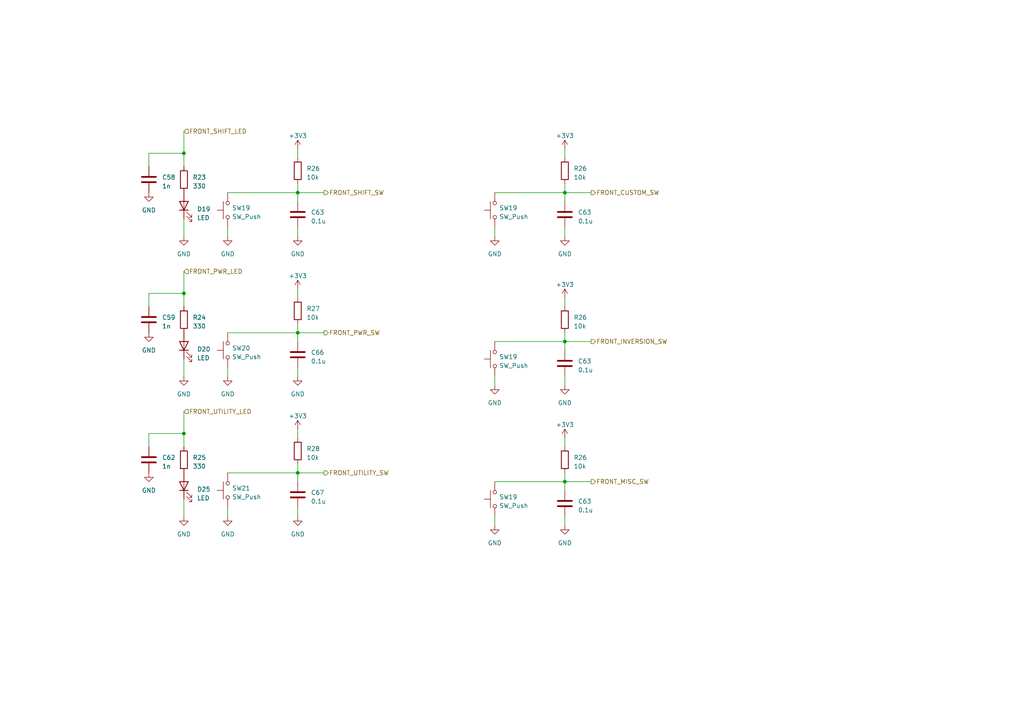
<source format=kicad_sch>
(kicad_sch (version 20230121) (generator eeschema)
  (paper "A4")
  (lib_symbols
    (symbol "Device:C" (pin_numbers hide) (pin_names (offset 0.254))
      (property "Reference" "C" (at 0.635 2.54 0))
      (property "Value" "C" (at 0.635 -2.54 0))
      (symbol "C_0_1"
        (polyline (pts (xy -2.032 -0.762) (xy 2.032 -0.762)) (stroke (width 0.508)))
        (polyline (pts (xy -2.032 0.762) (xy 2.032 0.762)) (stroke (width 0.508)))
      )
      (symbol "C_1_1"
        (pin passive line (at 0 3.81 270) (length 2.794) (name "~") (number "1"))
        (pin passive line (at 0 -3.81 90) (length 2.794) (name "~") (number "2"))
      )
    )
    (symbol "Device:LED" (pin_numbers hide) (pin_names (offset 1.016) hide)
      (property "Reference" "D" (at 0 2.54 0))
      (property "Value" "LED" (at 0 -2.54 0))
      (symbol "LED_0_1"
        (polyline (pts (xy -1.27 -1.27) (xy -1.27 1.27)) (stroke (width 0.254)))
        (polyline (pts (xy -1.27 0) (xy 1.27 0)))
        (polyline (pts (xy 1.27 -1.27) (xy 1.27 1.27) (xy -1.27 0) (xy 1.27 -1.27)) (stroke (width 0.254)))
        (polyline (pts (xy -3.048 -0.762) (xy -4.572 -2.286) (xy -3.81 -2.286) (xy -4.572 -2.286) (xy -4.572 -1.524)))
        (polyline (pts (xy -1.778 -0.762) (xy -3.302 -2.286) (xy -2.54 -2.286) (xy -3.302 -2.286) (xy -3.302 -1.524)))
      )
      (symbol "LED_1_1"
        (pin passive line (at -3.81 0 0) (length 2.54) (name "K") (number "1"))
        (pin passive line (at 3.81 0 180) (length 2.54) (name "A") (number "2"))
      )
    )
    (symbol "Device:R" (pin_numbers hide) (pin_names (offset 0))
      (property "Reference" "R" (at 2.032 0 90))
      (property "Value" "R" (at 0 0 90))
      (symbol "R_0_1"
        (rectangle (start -1.016 -2.54) (end 1.016 2.54) (stroke (width 0.254)))
      )
      (symbol "R_1_1"
        (pin passive line (at 0 3.81 270) (length 1.27) (name "~") (number "1"))
        (pin passive line (at 0 -3.81 90) (length 1.27) (name "~") (number "2"))
      )
    )
    (symbol "Switch:SW_Push" (pin_numbers hide) (pin_names (offset 1.016) hide)
      (property "Reference" "SW" (at 1.27 2.54 0))
      (property "Value" "SW_Push" (at 0 -1.524 0))
      (symbol "SW_Push_0_1"
        (circle (center -2.032 0) (radius 0.508))
        (polyline (pts (xy 0 1.27) (xy 0 3.048)))
        (polyline (pts (xy 2.54 1.27) (xy -2.54 1.27)))
        (circle (center 2.032 0) (radius 0.508))
        (pin passive line (at -5.08 0 0) (length 2.54) (name "1") (number "1"))
        (pin passive line (at 5.08 0 180) (length 2.54) (name "2") (number "2"))
      )
    )
    (symbol "power:+3V3" (power) (pin_names (offset 0))
      (property "Value" "+3V3" (at 0 3.556 0))
      (symbol "+3V3_0_1"
        (polyline (pts (xy -0.762 1.27) (xy 0 2.54)))
        (polyline (pts (xy 0 0) (xy 0 2.54)))
        (polyline (pts (xy 0 2.54) (xy 0.762 1.27)))
      )
      (symbol "+3V3_1_1"
        (pin power_in line (at 0 0 90) (length 0) hide (name "+3V3") (number "1"))
      )
    )
    (symbol "power:GND" (power) (pin_names (offset 0))
      (property "Value" "GND" (at 0 -3.81 0))
      (symbol "GND_0_1"
        (polyline (pts (xy 0 0) (xy 0 -1.27) (xy 1.27 -1.27) (xy 0 -2.54) (xy -1.27 -1.27) (xy 0 -1.27)))
      )
      (symbol "GND_1_1"
        (pin power_in line (at 0 0 270) (length 0) hide (name "GND") (number "1"))
      )
    )
  )
  (junction (at 163.83 99.06))
  (junction (at 53.34 85.09))
  (junction (at 53.34 44.45))
  (junction (at 53.34 125.73))
  (junction (at 86.36 137.16))
  (junction (at 86.36 55.88))
  (junction (at 163.83 55.88))
  (junction (at 86.36 96.52))
  (junction (at 163.83 139.7))
  (wire (pts (xy 143.51 149.86) (xy 143.51 152.4)))
  (wire (pts (xy 86.36 137.16) (xy 93.98 137.16)))
  (wire (pts (xy 163.83 68.58) (xy 163.83 66.04)))
  (wire (pts (xy 143.51 55.88) (xy 163.83 55.88)))
  (wire (pts (xy 86.36 53.34) (xy 86.36 55.88)))
  (wire (pts (xy 53.34 38.1) (xy 53.34 44.45)))
  (wire (pts (xy 163.83 137.16) (xy 163.83 139.7)))
  (wire (pts (xy 163.83 58.42) (xy 163.83 55.88)))
  (wire (pts (xy 66.04 55.88) (xy 86.36 55.88)))
  (wire (pts (xy 53.34 144.78) (xy 53.34 149.86)))
  (wire (pts (xy 53.34 104.14) (xy 53.34 109.22)))
  (wire (pts (xy 163.83 99.06) (xy 171.45 99.06)))
  (wire (pts (xy 163.83 101.6) (xy 163.83 99.06)))
  (wire (pts (xy 163.83 111.76) (xy 163.83 109.22)))
  (wire (pts (xy 86.36 124.46) (xy 86.36 127)))
  (wire (pts (xy 53.34 119.38) (xy 53.34 125.73)))
  (wire (pts (xy 86.36 55.88) (xy 93.98 55.88)))
  (wire (pts (xy 86.36 134.62) (xy 86.36 137.16)))
  (wire (pts (xy 66.04 147.32) (xy 66.04 149.86)))
  (wire (pts (xy 86.36 99.06) (xy 86.36 96.52)))
  (wire (pts (xy 86.36 149.86) (xy 86.36 147.32)))
  (wire (pts (xy 53.34 44.45) (xy 53.34 48.26)))
  (wire (pts (xy 86.36 43.18) (xy 86.36 45.72)))
  (wire (pts (xy 53.34 63.5) (xy 53.34 68.58)))
  (wire (pts (xy 86.36 68.58) (xy 86.36 66.04)))
  (wire (pts (xy 53.34 85.09) (xy 53.34 88.9)))
  (wire (pts (xy 53.34 125.73) (xy 53.34 129.54)))
  (wire (pts (xy 143.51 99.06) (xy 163.83 99.06)))
  (wire (pts (xy 86.36 58.42) (xy 86.36 55.88)))
  (wire (pts (xy 66.04 106.68) (xy 66.04 109.22)))
  (wire (pts (xy 86.36 109.22) (xy 86.36 106.68)))
  (wire (pts (xy 86.36 93.98) (xy 86.36 96.52)))
  (wire (pts (xy 66.04 66.04) (xy 66.04 68.58)))
  (wire (pts (xy 86.36 83.82) (xy 86.36 86.36)))
  (wire (pts (xy 53.34 85.09) (xy 43.18 85.09)))
  (wire (pts (xy 66.04 137.16) (xy 86.36 137.16)))
  (wire (pts (xy 143.51 109.22) (xy 143.51 111.76)))
  (wire (pts (xy 163.83 86.36) (xy 163.83 88.9)))
  (wire (pts (xy 163.83 127) (xy 163.83 129.54)))
  (wire (pts (xy 163.83 55.88) (xy 171.45 55.88)))
  (wire (pts (xy 66.04 96.52) (xy 86.36 96.52)))
  (wire (pts (xy 43.18 85.09) (xy 43.18 88.9)))
  (wire (pts (xy 86.36 96.52) (xy 93.98 96.52)))
  (wire (pts (xy 163.83 43.18) (xy 163.83 45.72)))
  (wire (pts (xy 163.83 53.34) (xy 163.83 55.88)))
  (wire (pts (xy 143.51 66.04) (xy 143.51 68.58)))
  (wire (pts (xy 53.34 44.45) (xy 43.18 44.45)))
  (wire (pts (xy 86.36 139.7) (xy 86.36 137.16)))
  (wire (pts (xy 53.34 78.74) (xy 53.34 85.09)))
  (wire (pts (xy 43.18 125.73) (xy 43.18 129.54)))
  (wire (pts (xy 163.83 152.4) (xy 163.83 149.86)))
  (wire (pts (xy 53.34 125.73) (xy 43.18 125.73)))
  (wire (pts (xy 43.18 44.45) (xy 43.18 48.26)))
  (wire (pts (xy 163.83 142.24) (xy 163.83 139.7)))
  (wire (pts (xy 163.83 96.52) (xy 163.83 99.06)))
  (wire (pts (xy 163.83 139.7) (xy 171.45 139.7)))
  (wire (pts (xy 143.51 139.7) (xy 163.83 139.7)))
  (hierarchical_label "FRONT_UTILITY_LED" (shape input) (at 53.34 119.38 0))
  (hierarchical_label "FRONT_SHIFT_LED" (shape input) (at 53.34 38.1 0))
  (hierarchical_label "FRONT_MISC_SW" (shape output) (at 171.45 139.7 0))
  (hierarchical_label "FRONT_INVERSION_SW" (shape output) (at 171.45 99.06 0))
  (hierarchical_label "FRONT_CUSTOM_SW" (shape output) (at 171.45 55.88 0))
  (hierarchical_label "FRONT_UTILITY_SW" (shape output) (at 93.98 137.16 0))
  (hierarchical_label "FRONT_SHIFT_SW" (shape output) (at 93.98 55.88 0))
  (hierarchical_label "FRONT_PWR_LED" (shape input) (at 53.34 78.74 0))
  (hierarchical_label "FRONT_PWR_SW" (shape output) (at 93.98 96.52 0))
  (symbol (lib_id "Device:R") (at 53.34 92.71 0) (unit 1)
    (property "Reference" "R24" (at 55.88 92.075 0) (effects (justify left)))
    (property "Value" "330" (at 55.88 94.615 0) (effects (justify left)))
  )
  (symbol (lib_id "power:+3V3") (at 163.83 127 0) (unit 1)
    (property "Reference" "#PWR0153" (effects hide))
    (property "Value" "+3V3" (at 163.83 123.19 0))
    (instances (project "autoharpie" (path "" (reference "#PWR0153") (unit 1)) (path "" (reference "#PWR0219") (unit 1))))
  )
  (symbol (lib_id "Device:C") (at 86.36 102.87 0) (unit 1)
    (property "Reference" "C66" (at 90.17 102.235 0) (effects (justify left)))
    (property "Value" "0.1u" (at 90.17 104.775 0) (effects (justify left)))
  )
  (symbol (lib_id "Device:R") (at 163.83 133.35 0) (unit 1)
    (property "Reference" "R26" (at 166.37 132.715 0) (effects (justify left)))
    (property "Value" "10k" (at 166.37 135.255 0) (effects (justify left)))
    (instances (project "autoharpie" (path "" (reference "R26") (unit 1)) (path "" (reference "R40") (unit 1))))
  )
  (symbol (lib_id "Device:LED") (at 53.34 59.69 90) (unit 1)
    (property "Reference" "D19" (at 57.15 60.6425 90) (effects (justify right)))
    (property "Value" "LED" (at 57.15 63.1825 90) (effects (justify right)))
  )
  (symbol (lib_id "Device:C") (at 86.36 143.51 0) (unit 1)
    (property "Reference" "C67" (at 90.17 142.875 0) (effects (justify left)))
    (property "Value" "0.1u" (at 90.17 145.415 0) (effects (justify left)))
  )
  (symbol (lib_id "Switch:SW_Push") (at 66.04 142.24 90) (unit 1)
    (property "Reference" "SW21" (at 67.31 141.605 90) (effects (justify right)))
    (property "Value" "SW_Push" (at 67.31 144.145 90) (effects (justify right)))
  )
  (symbol (lib_id "Switch:SW_Push") (at 66.04 60.96 90) (unit 1)
    (property "Reference" "SW19" (at 67.31 60.325 90) (effects (justify right)))
    (property "Value" "SW_Push" (at 67.31 62.865 90) (effects (justify right)))
  )
  (symbol (lib_id "power:+3V3") (at 86.36 83.82 0) (unit 1)
    (property "Reference" "#PWR0157" (effects hide))
    (property "Value" "+3V3" (at 86.36 80.01 0))
  )
  (symbol (lib_id "Device:C") (at 43.18 52.07 0) (unit 1)
    (property "Reference" "C58" (at 46.99 51.435 0) (effects (justify left)))
    (property "Value" "1n" (at 46.99 53.975 0) (effects (justify left)))
  )
  (symbol (lib_id "power:+3V3") (at 163.83 86.36 0) (unit 1)
    (property "Reference" "#PWR0153" (effects hide))
    (property "Value" "+3V3" (at 163.83 82.55 0))
    (instances (project "autoharpie" (path "" (reference "#PWR0153") (unit 1)) (path "" (reference "#PWR0216") (unit 1))))
  )
  (symbol (lib_id "power:GND") (at 86.36 68.58 0) (unit 1)
    (property "Reference" "#PWR0156" (effects hide))
    (property "Value" "GND" (at 86.36 73.66 0))
  )
  (symbol (lib_id "Device:R") (at 86.36 130.81 0) (unit 1)
    (property "Reference" "R28" (at 88.9 130.175 0) (effects (justify left)))
    (property "Value" "10k" (at 88.9 132.715 0) (effects (justify left)))
  )
  (symbol (lib_id "power:GND") (at 66.04 109.22 0) (unit 1)
    (property "Reference" "#PWR0151" (effects hide))
    (property "Value" "GND" (at 66.04 114.3 0))
  )
  (symbol (lib_id "power:+3V3") (at 86.36 124.46 0) (unit 1)
    (property "Reference" "#PWR0163" (effects hide))
    (property "Value" "+3V3" (at 86.36 120.65 0))
  )
  (symbol (lib_id "Device:C") (at 86.36 62.23 0) (unit 1)
    (property "Reference" "C63" (at 90.17 61.595 0) (effects (justify left)))
    (property "Value" "0.1u" (at 90.17 64.135 0) (effects (justify left)))
  )
  (symbol (lib_id "power:GND") (at 143.51 152.4 0) (unit 1)
    (property "Reference" "#PWR0150" (effects hide))
    (property "Value" "GND" (at 143.51 157.48 0))
    (instances (project "autoharpie" (path "" (reference "#PWR0150") (unit 1)) (path "" (reference "#PWR0218") (unit 1))))
  )
  (symbol (lib_id "Device:C") (at 163.83 105.41 0) (unit 1)
    (property "Reference" "C63" (at 167.64 104.775 0) (effects (justify left)))
    (property "Value" "0.1u" (at 167.64 107.315 0) (effects (justify left)))
    (instances (project "autoharpie" (path "" (reference "C63") (unit 1)) (path "" (reference "C99") (unit 1))))
  )
  (symbol (lib_id "Device:C") (at 163.83 146.05 0) (unit 1)
    (property "Reference" "C63" (at 167.64 145.415 0) (effects (justify left)))
    (property "Value" "0.1u" (at 167.64 147.955 0) (effects (justify left)))
    (instances (project "autoharpie" (path "" (reference "C63") (unit 1)) (path "" (reference "C100") (unit 1))))
  )
  (symbol (lib_id "power:GND") (at 43.18 96.52 0) (unit 1)
    (property "Reference" "#PWR0139" (effects hide))
    (property "Value" "GND" (at 43.18 101.6 0))
  )
  (symbol (lib_id "Device:C") (at 43.18 133.35 0) (unit 1)
    (property "Reference" "C62" (at 46.99 132.715 0) (effects (justify left)))
    (property "Value" "1n" (at 46.99 135.255 0) (effects (justify left)))
  )
  (symbol (lib_id "power:GND") (at 163.83 111.76 0) (unit 1)
    (property "Reference" "#PWR0156" (effects hide))
    (property "Value" "GND" (at 163.83 116.84 0))
    (instances (project "autoharpie" (path "" (reference "#PWR0156") (unit 1)) (path "" (reference "#PWR0217") (unit 1))))
  )
  (symbol (lib_id "power:GND") (at 66.04 149.86 0) (unit 1)
    (property "Reference" "#PWR0152" (effects hide))
    (property "Value" "GND" (at 66.04 154.94 0))
  )
  (symbol (lib_id "power:+3V3") (at 86.36 43.18 0) (unit 1)
    (property "Reference" "#PWR0153" (effects hide))
    (property "Value" "+3V3" (at 86.36 39.37 0))
  )
  (symbol (lib_id "Device:LED") (at 53.34 140.97 90) (unit 1)
    (property "Reference" "D25" (at 57.15 141.9225 90) (effects (justify right)))
    (property "Value" "LED" (at 57.15 144.4625 90) (effects (justify right)))
  )
  (symbol (lib_id "Switch:SW_Push") (at 143.51 104.14 90) (unit 1)
    (property "Reference" "SW19" (at 144.78 103.505 90) (effects (justify right)))
    (property "Value" "SW_Push" (at 144.78 106.045 90) (effects (justify right)))
    (instances (project "autoharpie" (path "" (reference "SW19") (unit 1)) (path "" (reference "SW25") (unit 1))))
  )
  (symbol (lib_id "Switch:SW_Push") (at 143.51 60.96 90) (unit 1)
    (property "Reference" "SW19" (at 144.78 60.325 90) (effects (justify right)))
    (property "Value" "SW_Push" (at 144.78 62.865 90) (effects (justify right)))
    (instances (project "autoharpie" (path "" (reference "SW19") (unit 1)) (path "" (reference "SW22") (unit 1))))
  )
  (symbol (lib_id "power:GND") (at 163.83 68.58 0) (unit 1)
    (property "Reference" "#PWR0156" (effects hide))
    (property "Value" "GND" (at 163.83 73.66 0))
    (instances (project "autoharpie" (path "" (reference "#PWR0156") (unit 1)) (path "" (reference "#PWR0214") (unit 1))))
  )
  (symbol (lib_id "Device:R") (at 86.36 90.17 0) (unit 1)
    (property "Reference" "R27" (at 88.9 89.535 0) (effects (justify left)))
    (property "Value" "10k" (at 88.9 92.075 0) (effects (justify left)))
  )
  (symbol (lib_id "power:GND") (at 43.18 137.16 0) (unit 1)
    (property "Reference" "#PWR0140" (effects hide))
    (property "Value" "GND" (at 43.18 142.24 0))
  )
  (symbol (lib_id "Device:R") (at 163.83 92.71 0) (unit 1)
    (property "Reference" "R26" (at 166.37 92.075 0) (effects (justify left)))
    (property "Value" "10k" (at 166.37 94.615 0) (effects (justify left)))
    (instances (project "autoharpie" (path "" (reference "R26") (unit 1)) (path "" (reference "R39") (unit 1))))
  )
  (symbol (lib_id "power:GND") (at 66.04 68.58 0) (unit 1)
    (property "Reference" "#PWR0150" (effects hide))
    (property "Value" "GND" (at 66.04 73.66 0))
  )
  (symbol (lib_id "power:GND") (at 143.51 68.58 0) (unit 1)
    (property "Reference" "#PWR0150" (effects hide))
    (property "Value" "GND" (at 143.51 73.66 0))
    (instances (project "autoharpie" (path "" (reference "#PWR0150") (unit 1)) (path "" (reference "#PWR0181") (unit 1))))
  )
  (symbol (lib_id "Switch:SW_Push") (at 66.04 101.6 90) (unit 1)
    (property "Reference" "SW20" (at 67.31 100.965 90) (effects (justify right)))
    (property "Value" "SW_Push" (at 67.31 103.505 90) (effects (justify right)))
  )
  (symbol (lib_id "Device:C") (at 163.83 62.23 0) (unit 1)
    (property "Reference" "C63" (at 167.64 61.595 0) (effects (justify left)))
    (property "Value" "0.1u" (at 167.64 64.135 0) (effects (justify left)))
    (instances (project "autoharpie" (path "" (reference "C63") (unit 1)) (path "" (reference "C98") (unit 1))))
  )
  (symbol (lib_id "power:GND") (at 86.36 149.86 0) (unit 1)
    (property "Reference" "#PWR0164" (effects hide))
    (property "Value" "GND" (at 86.36 154.94 0))
  )
  (symbol (lib_id "Device:R") (at 53.34 133.35 0) (unit 1)
    (property "Reference" "R25" (at 55.88 132.715 0) (effects (justify left)))
    (property "Value" "330" (at 55.88 135.255 0) (effects (justify left)))
  )
  (symbol (lib_id "power:GND") (at 53.34 68.58 0) (unit 1)
    (property "Reference" "#PWR0141" (effects hide))
    (property "Value" "GND" (at 53.34 73.66 0))
  )
  (symbol (lib_id "power:GND") (at 53.34 149.86 0) (unit 1)
    (property "Reference" "#PWR0145" (effects hide))
    (property "Value" "GND" (at 53.34 154.94 0))
  )
  (symbol (lib_id "Switch:SW_Push") (at 143.51 144.78 90) (unit 1)
    (property "Reference" "SW19" (at 144.78 144.145 90) (effects (justify right)))
    (property "Value" "SW_Push" (at 144.78 146.685 90) (effects (justify right)))
    (instances (project "autoharpie" (path "" (reference "SW19") (unit 1)) (path "" (reference "SW26") (unit 1))))
  )
  (symbol (lib_id "Device:C") (at 43.18 92.71 0) (unit 1)
    (property "Reference" "C59" (at 46.99 92.075 0) (effects (justify left)))
    (property "Value" "1n" (at 46.99 94.615 0) (effects (justify left)))
  )
  (symbol (lib_id "power:GND") (at 43.18 55.88 0) (unit 1)
    (property "Reference" "#PWR0138" (effects hide))
    (property "Value" "GND" (at 43.18 60.96 0))
  )
  (symbol (lib_id "power:GND") (at 143.51 111.76 0) (unit 1)
    (property "Reference" "#PWR0150" (effects hide))
    (property "Value" "GND" (at 143.51 116.84 0))
    (instances (project "autoharpie" (path "" (reference "#PWR0150") (unit 1)) (path "" (reference "#PWR0215") (unit 1))))
  )
  (symbol (lib_id "Device:R") (at 53.34 52.07 0) (unit 1)
    (property "Reference" "R23" (at 55.88 51.435 0) (effects (justify left)))
    (property "Value" "330" (at 55.88 53.975 0) (effects (justify left)))
  )
  (symbol (lib_id "Device:R") (at 86.36 49.53 0) (unit 1)
    (property "Reference" "R26" (at 88.9 48.895 0) (effects (justify left)))
    (property "Value" "10k" (at 88.9 51.435 0) (effects (justify left)))
  )
  (symbol (lib_id "Device:R") (at 163.83 49.53 0) (unit 1)
    (property "Reference" "R26" (at 166.37 48.895 0) (effects (justify left)))
    (property "Value" "10k" (at 166.37 51.435 0) (effects (justify left)))
    (instances (project "autoharpie" (path "" (reference "R26") (unit 1)) (path "" (reference "R38") (unit 1))))
  )
  (symbol (lib_id "power:+3V3") (at 163.83 43.18 0) (unit 1)
    (property "Reference" "#PWR0153" (effects hide))
    (property "Value" "+3V3" (at 163.83 39.37 0))
    (instances (project "autoharpie" (path "" (reference "#PWR0153") (unit 1)) (path "" (reference "#PWR0187") (unit 1))))
  )
  (symbol (lib_id "power:GND") (at 163.83 152.4 0) (unit 1)
    (property "Reference" "#PWR0156" (effects hide))
    (property "Value" "GND" (at 163.83 157.48 0))
    (instances (project "autoharpie" (path "" (reference "#PWR0156") (unit 1)) (path "" (reference "#PWR0220") (unit 1))))
  )
  (symbol (lib_id "power:GND") (at 53.34 109.22 0) (unit 1)
    (property "Reference" "#PWR0144" (effects hide))
    (property "Value" "GND" (at 53.34 114.3 0))
  )
  (symbol (lib_id "power:GND") (at 86.36 109.22 0) (unit 1)
    (property "Reference" "#PWR0162" (effects hide))
    (property "Value" "GND" (at 86.36 114.3 0))
  )
  (symbol (lib_id "Device:LED") (at 53.34 100.33 90) (unit 1)
    (property "Reference" "D20" (at 57.15 101.2825 90) (effects (justify right)))
    (property "Value" "LED" (at 57.15 103.8225 90) (effects (justify right)))
  )
)
</source>
